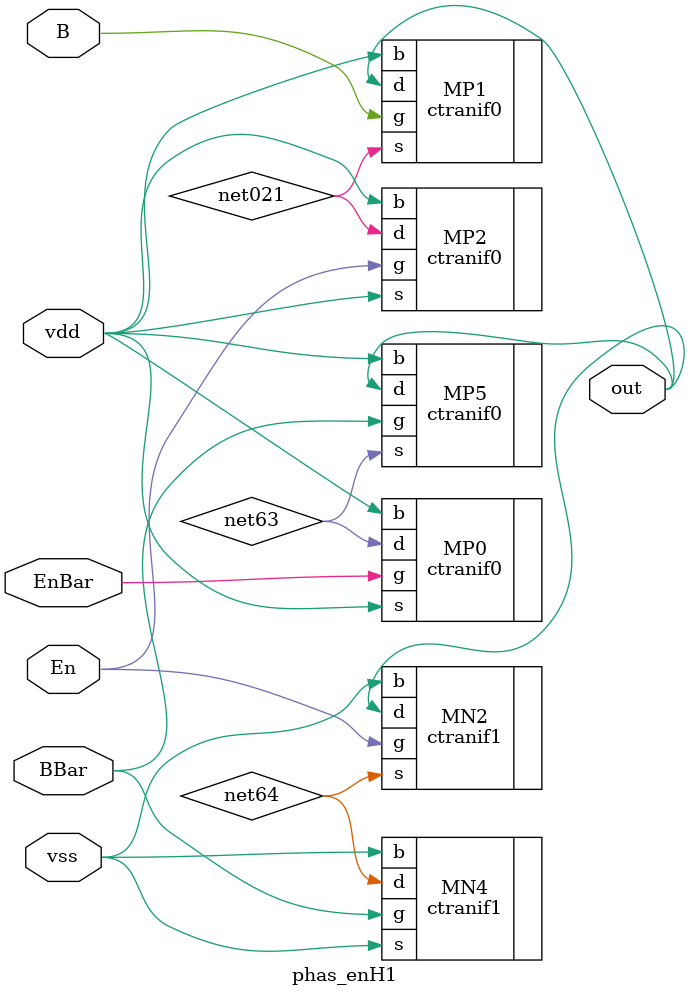
<source format=sv>

`timescale 1ns / 1ns 

module phas_enH1 ( out, B, BBar, En, EnBar, vdd, vss );

output  out;

input  B, BBar, En, EnBar, vdd, vss;


specify 
    specparam CDS_LIBNAME  = "MIPS25";
    specparam CDS_CELLNAME = "phas_enH1";
    specparam CDS_VIEWNAME = "schematic";
endspecify

ctranif1  MN6 ( .b(net024), .d(net025), .g(net026), .s(net027));
ctranif1  MN5 ( .b(net028), .d(net61), .g(net030), .s(net031));
ctranif1  MN2 ( .b(vss), .d(out), .g(En), .s(net64));
ctranif1  MN4 ( .b(vss), .d(net64), .g(BBar), .s(vss));
ctranif0  MP2 ( .b(vdd), .s(vdd), .g(En), .d(net021));
ctranif0  MP1 ( .b(vdd), .s(net021), .g(B), .d(out));
ctranif0  MP0 ( .b(vdd), .s(vdd), .g(EnBar), .d(net63));
ctranif0  MP5 ( .b(vdd), .s(net63), .g(BBar), .d(out));

endmodule

</source>
